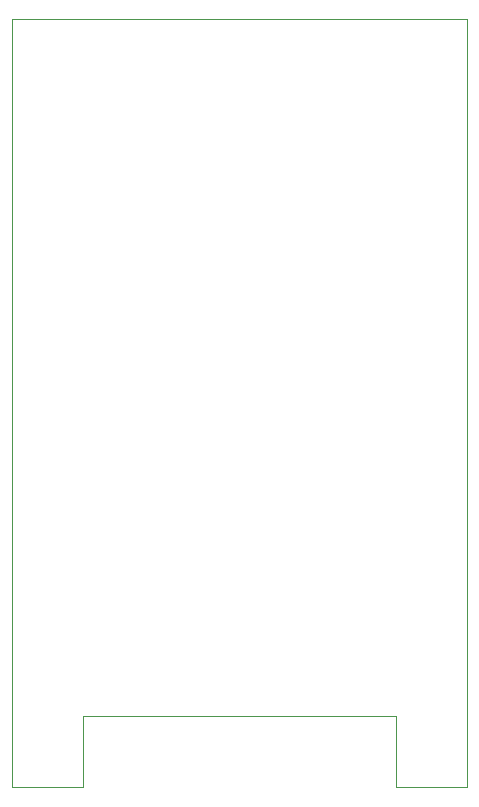
<source format=gm1>
G04 #@! TF.FileFunction,Profile,NP*
%FSLAX46Y46*%
G04 Gerber Fmt 4.6, Leading zero omitted, Abs format (unit mm)*
G04 Created by KiCad (PCBNEW (2015-12-03 BZR 6346, Git b04f18b)-product) date 10.01.2016 19:55:33*
%MOMM*%
G01*
G04 APERTURE LIST*
%ADD10C,0.150000*%
%ADD11C,0.100000*%
G04 APERTURE END LIST*
D10*
D11*
X87225000Y-144000000D02*
X113725000Y-144000000D01*
X113725000Y-144000000D02*
X113725000Y-150000000D01*
X87225000Y-144000000D02*
X87225000Y-150000000D01*
X119725000Y-85000000D02*
X119725000Y-150000000D01*
X81225000Y-150000000D02*
X81225000Y-85000000D01*
X113725000Y-150000000D02*
X119725000Y-150000000D01*
X87225000Y-150000000D02*
X81225000Y-150000000D01*
X119725000Y-85000000D02*
X81225000Y-85000000D01*
M02*

</source>
